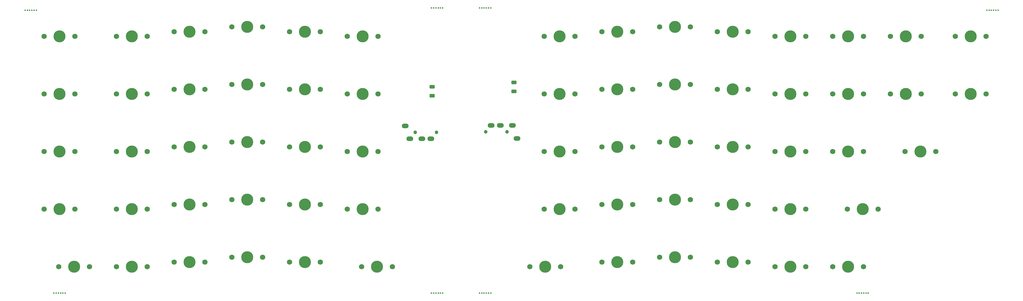
<source format=gts>
G04 #@! TF.GenerationSoftware,KiCad,Pcbnew,8.0.2*
G04 #@! TF.CreationDate,2024-05-24T11:31:22+03:00*
G04 #@! TF.ProjectId,ratless65,7261746c-6573-4733-9635-2e6b69636164,rev?*
G04 #@! TF.SameCoordinates,Original*
G04 #@! TF.FileFunction,Soldermask,Top*
G04 #@! TF.FilePolarity,Negative*
%FSLAX46Y46*%
G04 Gerber Fmt 4.6, Leading zero omitted, Abs format (unit mm)*
G04 Created by KiCad (PCBNEW 8.0.2) date 2024-05-24 11:31:22*
%MOMM*%
%LPD*%
G01*
G04 APERTURE LIST*
G04 Aperture macros list*
%AMRoundRect*
0 Rectangle with rounded corners*
0 $1 Rounding radius*
0 $2 $3 $4 $5 $6 $7 $8 $9 X,Y pos of 4 corners*
0 Add a 4 corners polygon primitive as box body*
4,1,4,$2,$3,$4,$5,$6,$7,$8,$9,$2,$3,0*
0 Add four circle primitives for the rounded corners*
1,1,$1+$1,$2,$3*
1,1,$1+$1,$4,$5*
1,1,$1+$1,$6,$7*
1,1,$1+$1,$8,$9*
0 Add four rect primitives between the rounded corners*
20,1,$1+$1,$2,$3,$4,$5,0*
20,1,$1+$1,$4,$5,$6,$7,0*
20,1,$1+$1,$6,$7,$8,$9,0*
20,1,$1+$1,$8,$9,$2,$3,0*%
G04 Aperture macros list end*
%ADD10C,1.750000*%
%ADD11C,3.987800*%
%ADD12C,1.200000*%
%ADD13O,2.300000X1.500000*%
%ADD14RoundRect,0.250000X0.625000X-0.312500X0.625000X0.312500X-0.625000X0.312500X-0.625000X-0.312500X0*%
%ADD15C,0.500000*%
G04 APERTURE END LIST*
D10*
X236220000Y-95250000D03*
D11*
X241300000Y-95250000D03*
D10*
X246380000Y-95250000D03*
X293370000Y-41275000D03*
D11*
X298450000Y-41275000D03*
D10*
X303530000Y-41275000D03*
X113982500Y-39687500D03*
D11*
X119062500Y-39687500D03*
D10*
X124142500Y-39687500D03*
X133032500Y-41275000D03*
D11*
X138112500Y-41275000D03*
D10*
X143192500Y-41275000D03*
D12*
X178806250Y-72850000D03*
X185806250Y-72850000D03*
D13*
X189106250Y-75000000D03*
X180606250Y-70700000D03*
X183606250Y-70700000D03*
X187606250Y-70700000D03*
D10*
X255270000Y-58737500D03*
D11*
X260350000Y-58737500D03*
D10*
X265430000Y-58737500D03*
X236220000Y-76200000D03*
D11*
X241300000Y-76200000D03*
D10*
X246380000Y-76200000D03*
D14*
X161131250Y-60868750D03*
X161131250Y-57943750D03*
D10*
X236220000Y-57150000D03*
D11*
X241300000Y-57150000D03*
D10*
X246380000Y-57150000D03*
X217170000Y-77787500D03*
D11*
X222250000Y-77787500D03*
D10*
X227330000Y-77787500D03*
X56832500Y-60325000D03*
D11*
X61912500Y-60325000D03*
D10*
X66992500Y-60325000D03*
X133032500Y-98425000D03*
D11*
X138112500Y-98425000D03*
D10*
X143192500Y-98425000D03*
X94932500Y-76200000D03*
D11*
X100012500Y-76200000D03*
D10*
X105092500Y-76200000D03*
X94932500Y-95250000D03*
D11*
X100012500Y-95250000D03*
D10*
X105092500Y-95250000D03*
X56832500Y-41275000D03*
D11*
X61912500Y-41275000D03*
D10*
X66992500Y-41275000D03*
X56832500Y-98425000D03*
D11*
X61912500Y-98425000D03*
D10*
X66992500Y-98425000D03*
X33020000Y-60325000D03*
D11*
X38100000Y-60325000D03*
D10*
X43180000Y-60325000D03*
D15*
X180443750Y-31800000D03*
X179703750Y-31800000D03*
X178963750Y-31800000D03*
X178223750Y-31800000D03*
X177483750Y-31800000D03*
X176743750Y-31800000D03*
D10*
X33020000Y-98425000D03*
D11*
X38100000Y-98425000D03*
D10*
X43180000Y-98425000D03*
X113982500Y-96837500D03*
D11*
X119062500Y-96837500D03*
D10*
X124142500Y-96837500D03*
D14*
X188118750Y-59406250D03*
X188118750Y-56481250D03*
D10*
X133032500Y-79375000D03*
D11*
X138112500Y-79375000D03*
D10*
X143192500Y-79375000D03*
X333851250Y-60325000D03*
D11*
X338931250Y-60325000D03*
D10*
X344011250Y-60325000D03*
D15*
X164568750Y-31800000D03*
X163828750Y-31800000D03*
X163088750Y-31800000D03*
X162348750Y-31800000D03*
X161608750Y-31800000D03*
X160868750Y-31800000D03*
D10*
X56832500Y-117475000D03*
D11*
X61912500Y-117475000D03*
D10*
X66992500Y-117475000D03*
X317182500Y-79375000D03*
D11*
X322262500Y-79375000D03*
D10*
X327342500Y-79375000D03*
X75882500Y-77787500D03*
D11*
X80962500Y-77787500D03*
D10*
X86042500Y-77787500D03*
X33020000Y-79375000D03*
D11*
X38100000Y-79375000D03*
D10*
X43180000Y-79375000D03*
X217170000Y-96837500D03*
D11*
X222250000Y-96837500D03*
D10*
X227330000Y-96837500D03*
X298132500Y-98425000D03*
D11*
X303212500Y-98425000D03*
D10*
X308292500Y-98425000D03*
X255270000Y-96837500D03*
D11*
X260350000Y-96837500D03*
D10*
X265430000Y-96837500D03*
X274320000Y-41275000D03*
D11*
X279400000Y-41275000D03*
D10*
X284480000Y-41275000D03*
D15*
X160868750Y-126156250D03*
X161608750Y-126156250D03*
X162348750Y-126156250D03*
X163088750Y-126156250D03*
X163828750Y-126156250D03*
X164568750Y-126156250D03*
D10*
X217170000Y-115887500D03*
D11*
X222250000Y-115887500D03*
D10*
X227330000Y-115887500D03*
D15*
X347925000Y-32593750D03*
X347185000Y-32593750D03*
X346445000Y-32593750D03*
X345705000Y-32593750D03*
X344965000Y-32593750D03*
X344225000Y-32593750D03*
D10*
X94932500Y-57150000D03*
D11*
X100012500Y-57150000D03*
D10*
X105092500Y-57150000D03*
X236220000Y-38100000D03*
D11*
X241300000Y-38100000D03*
D10*
X246380000Y-38100000D03*
D15*
X30425000Y-32593750D03*
X29685000Y-32593750D03*
X28945000Y-32593750D03*
X28205000Y-32593750D03*
X27465000Y-32593750D03*
X26725000Y-32593750D03*
D10*
X137795000Y-117475000D03*
D11*
X142875000Y-117475000D03*
D10*
X147955000Y-117475000D03*
X198120000Y-98425000D03*
D11*
X203200000Y-98425000D03*
D10*
X208280000Y-98425000D03*
D15*
X301362500Y-126156250D03*
X302102500Y-126156250D03*
X302842500Y-126156250D03*
X303582500Y-126156250D03*
X304322500Y-126156250D03*
X305062500Y-126156250D03*
D10*
X312420000Y-41275000D03*
D11*
X317500000Y-41275000D03*
D10*
X322580000Y-41275000D03*
X312420000Y-60325000D03*
D11*
X317500000Y-60325000D03*
D10*
X322580000Y-60325000D03*
X293370000Y-60325000D03*
D11*
X298450000Y-60325000D03*
D10*
X303530000Y-60325000D03*
X217170000Y-58737500D03*
D11*
X222250000Y-58737500D03*
D10*
X227330000Y-58737500D03*
X236220000Y-114300000D03*
D11*
X241300000Y-114300000D03*
D10*
X246380000Y-114300000D03*
X255270000Y-39687500D03*
D11*
X260350000Y-39687500D03*
D10*
X265430000Y-39687500D03*
X113982500Y-115887500D03*
D11*
X119062500Y-115887500D03*
D10*
X124142500Y-115887500D03*
D12*
X162506250Y-72975000D03*
X155506250Y-72975000D03*
D13*
X152206250Y-70825000D03*
X160706250Y-75125000D03*
X157706250Y-75125000D03*
X153706250Y-75125000D03*
D10*
X94932500Y-114300000D03*
D11*
X100012500Y-114300000D03*
D10*
X105092500Y-114300000D03*
X274320000Y-79375000D03*
D11*
X279400000Y-79375000D03*
D10*
X284480000Y-79375000D03*
X217170000Y-39687500D03*
D11*
X222250000Y-39687500D03*
D10*
X227330000Y-39687500D03*
X75882500Y-58737500D03*
D11*
X80962500Y-58737500D03*
D10*
X86042500Y-58737500D03*
D15*
X176743750Y-126156250D03*
X177483750Y-126156250D03*
X178223750Y-126156250D03*
X178963750Y-126156250D03*
X179703750Y-126156250D03*
X180443750Y-126156250D03*
D10*
X113982500Y-77787500D03*
D11*
X119062500Y-77787500D03*
D10*
X124142500Y-77787500D03*
X193357500Y-117475000D03*
D11*
X198437500Y-117475000D03*
D10*
X203517500Y-117475000D03*
X293370000Y-117475000D03*
D11*
X298450000Y-117475000D03*
D10*
X303530000Y-117475000D03*
X255270000Y-77787500D03*
D11*
X260350000Y-77787500D03*
D10*
X265430000Y-77787500D03*
X255270000Y-115887500D03*
D11*
X260350000Y-115887500D03*
D10*
X265430000Y-115887500D03*
X113982500Y-58737500D03*
D11*
X119062500Y-58737500D03*
D10*
X124142500Y-58737500D03*
X94932500Y-38100000D03*
D11*
X100012500Y-38100000D03*
D10*
X105092500Y-38100000D03*
X198120000Y-60325000D03*
D11*
X203200000Y-60325000D03*
D10*
X208280000Y-60325000D03*
X56832500Y-79375000D03*
D11*
X61912500Y-79375000D03*
D10*
X66992500Y-79375000D03*
X75882500Y-39687500D03*
D11*
X80962500Y-39687500D03*
D10*
X86042500Y-39687500D03*
X33020000Y-41275000D03*
D11*
X38100000Y-41275000D03*
D10*
X43180000Y-41275000D03*
X198120000Y-41275000D03*
D11*
X203200000Y-41275000D03*
D10*
X208280000Y-41275000D03*
X133032500Y-60325000D03*
D11*
X138112500Y-60325000D03*
D10*
X143192500Y-60325000D03*
X75882500Y-96837500D03*
D11*
X80962500Y-96837500D03*
D10*
X86042500Y-96837500D03*
D15*
X36250000Y-126156250D03*
X36990000Y-126156250D03*
X37730000Y-126156250D03*
X38470000Y-126156250D03*
X39210000Y-126156250D03*
X39950000Y-126156250D03*
D10*
X293370000Y-79375000D03*
D11*
X298450000Y-79375000D03*
D10*
X303530000Y-79375000D03*
X274320000Y-117475000D03*
D11*
X279400000Y-117475000D03*
D10*
X284480000Y-117475000D03*
X274320000Y-98425000D03*
D11*
X279400000Y-98425000D03*
D10*
X284480000Y-98425000D03*
X37782500Y-117475000D03*
D11*
X42862500Y-117475000D03*
D10*
X47942500Y-117475000D03*
X75882500Y-115887500D03*
D11*
X80962500Y-115887500D03*
D10*
X86042500Y-115887500D03*
X274320000Y-60325000D03*
D11*
X279400000Y-60325000D03*
D10*
X284480000Y-60325000D03*
X198120000Y-79375000D03*
D11*
X203200000Y-79375000D03*
D10*
X208280000Y-79375000D03*
X333851250Y-41275000D03*
D11*
X338931250Y-41275000D03*
D10*
X344011250Y-41275000D03*
M02*

</source>
